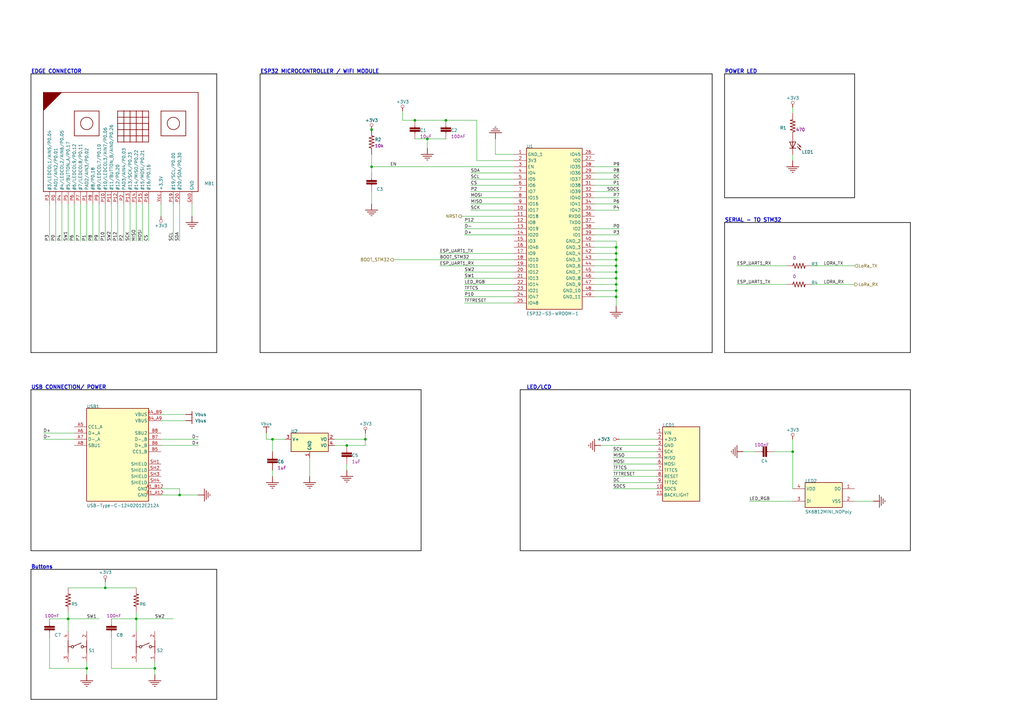
<source format=kicad_sch>
(kicad_sch (version 20231120) (generator "eeschema") (generator_version "8.0")
  (paper "A3")
  (lib_symbols
    (symbol "ESP32_LHCbit-altium-import:+3V3_CIRCLE" (power)
      (property "Reference" "#PWR" (at 0 0 0))
      (property "Value" "+3V3" (at 0 3.81 0))
      (symbol "+3V3_CIRCLE_0_0"
        (pin power_in line (at 0 0 0) (length 0) hide (name "+3V3") (number ""))
      )
    )
    (symbol "ESP32_LHCbit-altium-import:GND_POWER_GROUND" (power)
      (property "Reference" "#PWR" (at 0 0 0))
      (property "Value" "GND" (at 0 6.35 0))
      (symbol "GND_POWER_GROUND_0_0"
        (pin power_in line (at 0 0 0) (length 0) hide (name "GND") (number ""))
      )
    )
    (symbol "ESP32_LHCbit-altium-import:Vbus_BAR" (power)
      (property "Reference" "#PWR" (at 0 0 0))
      (property "Value" "Vbus" (at 0 3.81 0))
      (symbol "Vbus_BAR_0_0"
        (pin power_in line (at 0 0 0) (length 0) hide (name "Vbus") (number ""))
      )
    )
    (symbol "ESP32_LHCbit-altium-import:root_0_Adafruit 0.96{dblquote}  TFT LCD"
      (symbol "root_0_Adafruit 0.96{dblquote}  TFT LCD_1_0"
        (pin power_in line (at -10.16 12.7 0) (length 2.54) (name "VIN") (number "1"))
        (pin passive line (at -10.16 -10.16 0) (length 2.54) (name "SDCS") (number "10"))
        (pin passive line (at -10.16 -12.7 0) (length 2.54) (name "BACKLIGHT") (number "11"))
        (pin power_in line (at -10.16 10.16 0) (length 2.54) (name "+3V3") (number "2"))
        (pin passive line (at -10.16 7.62 0) (length 2.54) (name "GND") (number "3"))
        (pin passive line (at -10.16 5.08 0) (length 2.54) (name "SCK") (number "4"))
        (pin passive line (at -10.16 2.54 0) (length 2.54) (name "MISO") (number "5"))
        (pin passive line (at -10.16 0 0) (length 2.54) (name "MOSI") (number "6"))
        (pin passive line (at -10.16 -2.54 0) (length 2.54) (name "TFTCS") (number "7"))
        (pin passive line (at -10.16 -5.08 0) (length 2.54) (name "RESET") (number "8"))
        (pin passive line (at -10.16 -7.62 0) (length 2.54) (name "TFTDC") (number "9"))
      )
    )
    (symbol "ESP32_LHCbit-altium-import:root_0_C-EUC0402"
      (symbol "root_0_C-EUC0402_1_0"
        (pin passive line (at 0 2.54 270) (length 2.54) (name "1") (number "1"))
        (pin passive line (at 0 -5.08 90) (length 2.54) (name "2") (number "2"))
      )
    )
    (symbol "ESP32_LHCbit-altium-import:root_0_C-EUC0603"
      (symbol "root_0_C-EUC0603_1_0"
        (pin passive line (at 0 2.54 270) (length 2.54) (name "1") (number "1"))
        (pin passive line (at 0 -5.08 90) (length 2.54) (name "2") (number "2"))
      )
    )
    (symbol "ESP32_LHCbit-altium-import:root_0_ESP32-S3-WROOM-1"
      (symbol "root_0_ESP32-S3-WROOM-1_1_0"
        (pin passive line (at 0 0 0) (length 5.08) (name "GND_1") (number "1"))
        (pin passive line (at 0 -22.86 0) (length 5.08) (name "IO17") (number "10"))
        (pin passive line (at 0 -25.4 0) (length 5.08) (name "IO18") (number "11"))
        (pin passive line (at 0 -27.94 0) (length 5.08) (name "IO8") (number "12"))
        (pin passive line (at 0 -30.48 0) (length 5.08) (name "IO19") (number "13"))
        (pin passive line (at 0 -33.02 0) (length 5.08) (name "IO20") (number "14"))
        (pin passive line (at 0 -35.56 0) (length 5.08) (name "IO3") (number "15"))
        (pin passive line (at 0 -38.1 0) (length 5.08) (name "IO46") (number "16"))
        (pin passive line (at 0 -40.64 0) (length 5.08) (name "IO9") (number "17"))
        (pin passive line (at 0 -43.18 0) (length 5.08) (name "IO10") (number "18"))
        (pin passive line (at 0 -45.72 0) (length 5.08) (name "IO11") (number "19"))
        (pin passive line (at 0 -2.54 0) (length 5.08) (name "3V3") (number "2"))
        (pin passive line (at 0 -48.26 0) (length 5.08) (name "IO12") (number "20"))
        (pin passive line (at 0 -50.8 0) (length 5.08) (name "IO13") (number "21"))
        (pin passive line (at 0 -53.34 0) (length 5.08) (name "IO14") (number "22"))
        (pin passive line (at 0 -55.88 0) (length 5.08) (name "IO21") (number "23"))
        (pin passive line (at 0 -58.42 0) (length 5.08) (name "IO47") (number "24"))
        (pin passive line (at 0 -60.96 0) (length 5.08) (name "IO48") (number "25"))
        (pin passive line (at 33.02 0 180) (length 5.08) (name "IO45") (number "26"))
        (pin passive line (at 33.02 -2.54 180) (length 5.08) (name "IO0") (number "27"))
        (pin passive line (at 33.02 -5.08 180) (length 5.08) (name "IO35") (number "28"))
        (pin passive line (at 33.02 -7.62 180) (length 5.08) (name "IO36") (number "29"))
        (pin passive line (at 0 -5.08 0) (length 5.08) (name "EN") (number "3"))
        (pin passive line (at 33.02 -10.16 180) (length 5.08) (name "IO37") (number "30"))
        (pin passive line (at 33.02 -12.7 180) (length 5.08) (name "IO38") (number "31"))
        (pin passive line (at 33.02 -15.24 180) (length 5.08) (name "IO39") (number "32"))
        (pin passive line (at 33.02 -17.78 180) (length 5.08) (name "IO40") (number "33"))
        (pin passive line (at 33.02 -20.32 180) (length 5.08) (name "IO41") (number "34"))
        (pin passive line (at 33.02 -22.86 180) (length 5.08) (name "IO42") (number "35"))
        (pin passive line (at 33.02 -25.4 180) (length 5.08) (name "RXD0") (number "36"))
        (pin passive line (at 33.02 -27.94 180) (length 5.08) (name "TXD0") (number "37"))
        (pin passive line (at 33.02 -30.48 180) (length 5.08) (name "IO2") (number "38"))
        (pin passive line (at 33.02 -33.02 180) (length 5.08) (name "IO1") (number "39"))
        (pin passive line (at 0 -7.62 0) (length 5.08) (name "IO4") (number "4"))
        (pin passive line (at 33.02 -35.56 180) (length 5.08) (name "GND_2") (number "40"))
        (pin passive line (at 33.02 -38.1 180) (length 5.08) (name "GND_3") (number "41"))
        (pin passive line (at 33.02 -40.64 180) (length 5.08) (name "GND_4") (number "42"))
        (pin passive line (at 33.02 -43.18 180) (length 5.08) (name "GND_5") (number "43"))
        (pin passive line (at 33.02 -45.72 180) (length 5.08) (name "GND_6") (number "44"))
        (pin passive line (at 33.02 -48.26 180) (length 5.08) (name "GND_7") (number "45"))
        (pin passive line (at 33.02 -50.8 180) (length 5.08) (name "GND_8") (number "46"))
        (pin passive line (at 33.02 -53.34 180) (length 5.08) (name "GND_9") (number "47"))
        (pin passive line (at 33.02 -55.88 180) (length 5.08) (name "GND_10") (number "48"))
        (pin passive line (at 33.02 -58.42 180) (length 5.08) (name "GND_11") (number "49"))
        (pin passive line (at 0 -10.16 0) (length 5.08) (name "IO5") (number "5"))
        (pin passive line (at 0 -12.7 0) (length 5.08) (name "IO6") (number "6"))
        (pin passive line (at 0 -15.24 0) (length 5.08) (name "IO7") (number "7"))
        (pin passive line (at 0 -17.78 0) (length 5.08) (name "IO15") (number "8"))
        (pin passive line (at 0 -20.32 0) (length 5.08) (name "IO16") (number "9"))
      )
    )
    (symbol "ESP32_LHCbit-altium-import:root_0_MICRO{colon}BIT_EDGE"
      (symbol "root_0_MICRO{colon}BIT_EDGE_1_0"
        (pin power_in line (at 27.94 -5.08 90) (length 5.08) (name "GND") (number "GND"))
        (pin bidirectional line (at -27.94 -5.08 90) (length 5.08) (name "PAD1/AIN2/P0.01") (number "P0"))
        (pin bidirectional line (at -15.24 -5.08 90) (length 5.08) (name "PAD2/AIN3/P0.02") (number "P1"))
        (pin bidirectional line (at -7.62 -5.08 90) (length 5.08) (name "#10/LEDCOL3/AIN7/P0.06") (number "P10"))
        (pin bidirectional line (at -5.08 -5.08 90) (length 5.08) (name "#11/BUTTON_B/AIN0/P0.26") (number "P11"))
        (pin bidirectional line (at -2.54 -5.08 90) (length 5.08) (name "#12/P0.20") (number "P12"))
        (pin bidirectional line (at 2.54 -5.08 90) (length 5.08) (name "#13/SCK/P0.23") (number "P13"))
        (pin bidirectional line (at 5.08 -5.08 90) (length 5.08) (name "#14/MISO/P0.22") (number "P14"))
        (pin bidirectional line (at 7.62 -5.08 90) (length 5.08) (name "#15/MOSI/P0.21") (number "P15"))
        (pin bidirectional line (at 10.16 -5.08 90) (length 5.08) (name "#16/P0.16") (number "P16"))
        (pin bidirectional line (at 20.32 -5.08 90) (length 5.08) (name "#19/SCL/P0.00") (number "P19"))
        (pin bidirectional line (at 0 -5.08 90) (length 5.08) (name "PAD3/AIN4/P0.03") (number "P2"))
        (pin bidirectional line (at 22.86 -5.08 90) (length 5.08) (name "#20/SDA/P0.30") (number "P20"))
        (pin bidirectional line (at -30.48 -5.08 90) (length 5.08) (name "#3/LEDCOL1/AIN5/P0.04") (number "P3"))
        (pin bidirectional line (at -25.4 -5.08 90) (length 5.08) (name "#4/LEDCOL2/AIN6/P0.05") (number "P4"))
        (pin bidirectional line (at -22.86 -5.08 90) (length 5.08) (name "#5/BUTTON_A/P0.17") (number "P5"))
        (pin bidirectional line (at -20.32 -5.08 90) (length 5.08) (name "#6/LEDCOL9/P0.12") (number "P6"))
        (pin bidirectional line (at -17.78 -5.08 90) (length 5.08) (name "#7/LEDCOL8/P0.11") (number "P7"))
        (pin bidirectional line (at -12.7 -5.08 90) (length 5.08) (name "#8/P0.18") (number "P8"))
        (pin bidirectional line (at -10.16 -5.08 90) (length 5.08) (name "#9/LEDCOL7/P0.10") (number "P9"))
        (pin power_in line (at 15.24 -5.08 90) (length 5.08) (name "+3.3V") (number "Vcc"))
      )
    )
    (symbol "ESP32_LHCbit-altium-import:root_0_NCP1117LP"
      (symbol "root_0_NCP1117LP_1_0"
        (pin power_in line (at 0 -5.08 90) (length 2.54) (name "GND") (number "1"))
        (pin passive line (at 10.16 2.54 180) (length 2.54) (name "VO") (number "2"))
        (pin power_in line (at -10.16 2.54 0) (length 2.54) (name "V+") (number "3"))
        (pin passive line (at 10.16 0 180) (length 2.54) (name "VO") (number "4"))
      )
    )
    (symbol "ESP32_LHCbit-altium-import:root_0_R-US_R0402"
      (symbol "root_0_R-US_R0402_1_0"
        (pin passive line (at -5.08 0 0) (length 2.54) (name "1") (number "1"))
        (pin passive line (at 5.08 0 180) (length 2.54) (name "2") (number "2"))
      )
    )
    (symbol "ESP32_LHCbit-altium-import:root_0_USB-Type-C-12402012E212A"
      (symbol "root_0_USB-Type-C-12402012E212A_1_0"
        (pin power_in line (at 17.78 -20.32 180) (length 5.08) (name "GND") (number "A1_B12"))
        (pin power_in line (at 17.78 10.16 180) (length 5.08) (name "VBUS") (number "A4_B9"))
        (pin bidirectional line (at -17.78 5.08 0) (length 5.08) (name "CC1_A") (number "A5"))
        (pin bidirectional line (at -17.78 2.54 0) (length 5.08) (name "D+_A") (number "A6"))
        (pin bidirectional line (at -17.78 0 0) (length 5.08) (name "D-_A") (number "A7"))
        (pin bidirectional line (at -17.78 -2.54 0) (length 5.08) (name "SBU1") (number "A8"))
        (pin power_in line (at 17.78 -22.86 180) (length 5.08) (name "GND") (number "B1_A12"))
        (pin power_in line (at 17.78 7.62 180) (length 5.08) (name "VBUS") (number "B4_A9"))
        (pin bidirectional line (at 17.78 -5.08 180) (length 5.08) (name "CC1_B") (number "B5"))
        (pin bidirectional line (at 17.78 -2.54 180) (length 5.08) (name "D+_B") (number "B6"))
        (pin bidirectional line (at 17.78 0 180) (length 5.08) (name "D-_B") (number "B7"))
        (pin bidirectional line (at 17.78 2.54 180) (length 5.08) (name "SBU2") (number "B8"))
        (pin passive line (at 17.78 -10.16 180) (length 5.08) (name "SHIELD") (number "SH1"))
        (pin passive line (at 17.78 -12.7 180) (length 5.08) (name "SHIELD") (number "SH2"))
        (pin passive line (at 17.78 -15.24 180) (length 5.08) (name "SHIELD") (number "SH3"))
        (pin passive line (at 17.78 -17.78 180) (length 5.08) (name "SHIELD") (number "SH4"))
      )
    )
    (symbol "ESP32_LHCbit-altium-import:root_0_mirrored_C-EUC0603"
      (symbol "root_0_mirrored_C-EUC0603_1_0"
        (pin passive line (at 0 2.54 270) (length 2.54) (name "1") (number "1"))
        (pin passive line (at 0 -5.08 90) (length 2.54) (name "2") (number "2"))
      )
    )
    (symbol "ESP32_LHCbit-altium-import:root_0_mirrored_LEDCHIPLED_0805"
      (symbol "root_0_mirrored_LEDCHIPLED_0805_1_0"
        (pin passive line (at 0 2.54 270) (length 2.54) (name "A") (number "A"))
        (pin passive line (at 0 -5.08 90) (length 2.54) (name "C") (number "C"))
      )
    )
    (symbol "ESP32_LHCbit-altium-import:root_0_mirrored_SK6812MINI_NOPoly"
      (symbol "root_0_mirrored_SK6812MINI_NOPoly_1_0"
        (pin passive line (at 0 0 180) (length 5.08) (name "DO") (number "1"))
        (pin passive line (at 0 -5.08 180) (length 5.08) (name "VSS") (number "2"))
        (pin passive line (at -25.4 -5.08 0) (length 5.08) (name "DI") (number "3"))
        (pin passive line (at -25.4 0 0) (length 5.08) (name "VDD") (number "4"))
      )
    )
    (symbol "ESP32_LHCbit-altium-import:root_1_C-EUC0402"
      (symbol "root_1_C-EUC0402_1_0"
        (pin passive line (at -2.54 0 0) (length 2.54) (name "1") (number "1"))
        (pin passive line (at 5.08 0 180) (length 2.54) (name "2") (number "2"))
      )
    )
    (symbol "ESP32_LHCbit-altium-import:root_1_DTSM-6"
      (symbol "root_1_DTSM-6_1_0"
        (pin passive line (at 7.62 0 90) (length 3.81) (name "1") (number "1"))
        (pin passive line (at 7.62 12.7 270) (length 3.81) (name "2") (number "2"))
        (pin passive line (at 0 0 90) (length 3.81) (name "3") (number "3"))
        (pin passive line (at 0 12.7 270) (length 3.81) (name "4") (number "4"))
      )
    )
    (symbol "ESP32_LHCbit-altium-import:root_1_R-US_R0402"
      (symbol "root_1_R-US_R0402_1_0"
        (pin passive line (at 0 -5.08 90) (length 2.54) (name "1") (number "1"))
        (pin passive line (at 0 5.08 270) (length 2.54) (name "2") (number "2"))
      )
    )
    (symbol "ESP32_LHCbit-altium-import:root_1_mirrored_R-US_R0603"
      (symbol "root_1_mirrored_R-US_R0603_1_0"
        (pin passive line (at 0 -5.08 90) (length 2.54) (name "1") (number "1"))
        (pin passive line (at 0 5.08 270) (length 2.54) (name "2") (number "2"))
      )
    )
  )
  (junction (at 63.5 274.1422))
  (junction (at 182.88 49.3522))
  (junction (at 252.73 106.5022))
  (junction (at 252.73 116.6622))
  (junction (at 55.88 253.8222))
  (junction (at 252.73 101.4222))
  (junction (at 252.73 103.9622))
  (junction (at 73.66 203.0222))
  (junction (at 252.73 109.0422))
  (junction (at 175.26 56.9722))
  (junction (at 252.73 114.1222))
  (junction (at 149.86 180.1622))
  (junction (at 43.18 241.1222))
  (junction (at 152.4 68.4022))
  (junction (at 27.94 253.8222))
  (junction (at 152.4 53.1622))
  (junction (at 252.73 111.5822))
  (junction (at 35.56 274.1422))
  (junction (at 111.76 180.1622))
  (junction (at 142.24 182.7022))
  (junction (at 252.73 121.7422))
  (junction (at 170.18 49.3522))
  (junction (at 325.12 185.2422))
  (junction (at 252.73 119.2022))
  (wire (pts (xy 66.04 200.4822) (xy 73.66 200.4822)))
  (wire (pts (xy 170.18 56.9722) (xy 175.26 56.9722)))
  (wire (pts (xy 60.96 83.6422) (xy 60.96 98.8822)))
  (wire (pts (xy 27.94 253.8222) (xy 40.64 253.8222)))
  (wire (pts (xy 252.73 114.1222) (xy 252.73 116.6622)))
  (polyline (pts (xy 88.9 286.8422) (xy 12.7 286.8422)) (stroke (width 0.254) (type solid) (color 0 0 0 1)))
  (polyline (pts (xy 292.1 30.3022) (xy 292.1 144.6022)) (stroke (width 0.254) (type solid) (color 0 0 0 1)))
  (wire (pts (xy 210.82 119.2022) (xy 190.5 119.2022)))
  (wire (pts (xy 63.5 271.6022) (xy 63.5 274.1422)))
  (wire (pts (xy 254 180.1622) (xy 269.24 180.1622)))
  (wire (pts (xy 269.24 187.7822) (xy 251.46 187.7822)))
  (wire (pts (xy 252.73 121.7422) (xy 252.73 125.5522)))
  (polyline (pts (xy 292.1 144.6022) (xy 106.68 144.6022)) (stroke (width 0.254) (type solid) (color 0 0 0 1)))
  (wire (pts (xy 175.26 60.7822) (xy 175.26 56.9722)))
  (wire (pts (xy 243.84 119.2022) (xy 252.73 119.2022)))
  (wire (pts (xy 137.16 182.7022) (xy 142.24 182.7022)))
  (wire (pts (xy 20.32 253.8222) (xy 27.94 253.8222)))
  (wire (pts (xy 243.84 70.9422) (xy 254 70.9422)))
  (wire (pts (xy 325.12 63.3222) (xy 325.12 65.8622)))
  (wire (pts (xy 210.82 91.2622) (xy 190.5 91.2622)))
  (polyline (pts (xy 350.52 30.3022) (xy 350.52 81.1022)) (stroke (width 0.254) (type solid) (color 0 0 0 1)))
  (wire (pts (xy 63.5 274.1422) (xy 63.5 276.6822)))
  (wire (pts (xy 20.32 83.6422) (xy 20.32 98.8822)))
  (wire (pts (xy 142.24 190.3222) (xy 142.24 192.8622)))
  (wire (pts (xy 243.84 96.3422) (xy 254 96.3422)))
  (wire (pts (xy 53.34 83.6422) (xy 53.34 98.8822)))
  (wire (pts (xy 20.32 274.1422) (xy 35.56 274.1422)))
  (wire (pts (xy 30.48 177.6222) (xy 17.78 177.6222)))
  (wire (pts (xy 269.24 195.4022) (xy 251.46 195.4022)))
  (wire (pts (xy 40.64 83.6422) (xy 40.64 98.8822)))
  (wire (pts (xy 71.12 83.6422) (xy 71.12 98.8822)))
  (wire (pts (xy 243.84 68.4022) (xy 254 68.4022)))
  (wire (pts (xy 210.82 76.0222) (xy 193.04 76.0222)))
  (wire (pts (xy 43.18 241.1222) (xy 43.18 238.5822)))
  (wire (pts (xy 35.56 274.1422) (xy 35.56 276.6822)))
  (wire (pts (xy 269.24 192.8622) (xy 251.46 192.8622)))
  (wire (pts (xy 43.18 241.1222) (xy 55.88 241.1222)))
  (wire (pts (xy 195.58 49.3522) (xy 195.58 65.8622)))
  (polyline (pts (xy 106.68 30.3022) (xy 292.1 30.3022)) (stroke (width 0.254) (type solid) (color 0 0 0 1)))
  (wire (pts (xy 78.74 83.6422) (xy 78.74 88.7222)))
  (wire (pts (xy 210.82 86.1822) (xy 193.04 86.1822)))
  (wire (pts (xy 170.18 49.3522) (xy 182.88 49.3522)))
  (wire (pts (xy 252.73 111.5822) (xy 252.73 114.1222)))
  (wire (pts (xy 55.88 251.2822) (xy 55.88 253.8222)))
  (wire (pts (xy 304.8 185.2422) (xy 309.88 185.2422)))
  (polyline (pts (xy 12.7 225.8822) (xy 12.7 159.8422)) (stroke (width 0.254) (type solid) (color 0 0 0 1)))
  (wire (pts (xy 111.76 180.1622) (xy 109.22 180.1622)))
  (wire (pts (xy 203.2 56.9722) (xy 203.2 63.3222)))
  (wire (pts (xy 109.22 180.1622) (xy 109.22 177.6222)))
  (wire (pts (xy 73.66 200.4822) (xy 73.66 203.0222)))
  (wire (pts (xy 210.82 78.5622) (xy 193.04 78.5622)))
  (wire (pts (xy 66.04 180.1622) (xy 81.28 180.1622)))
  (wire (pts (xy 269.24 185.2422) (xy 251.46 185.2422)))
  (wire (pts (xy 243.84 78.5622) (xy 254 78.5622)))
  (wire (pts (xy 243.84 83.6422) (xy 254 83.6422)))
  (wire (pts (xy 66.04 203.0222) (xy 73.66 203.0222)))
  (wire (pts (xy 243.84 114.1222) (xy 252.73 114.1222)))
  (wire (pts (xy 66.04 172.5422) (xy 76.2 172.5422)))
  (wire (pts (xy 243.84 101.4222) (xy 252.73 101.4222)))
  (wire (pts (xy 27.94 251.2822) (xy 27.94 253.8222)))
  (wire (pts (xy 307.34 205.5622) (xy 325.12 205.5622)))
  (polyline (pts (xy 88.9 30.3022) (xy 88.9 144.6022)) (stroke (width 0.254) (type solid) (color 0 0 0 1)))
  (wire (pts (xy 325.12 185.2422) (xy 325.12 180.1622)))
  (wire (pts (xy 27.94 253.8222) (xy 27.94 258.9022)))
  (wire (pts (xy 50.8 83.6422) (xy 50.8 98.8822)))
  (wire (pts (xy 55.88 253.8222) (xy 55.88 258.9022)))
  (wire (pts (xy 210.82 111.5822) (xy 190.5 111.5822)))
  (wire (pts (xy 58.42 83.6422) (xy 58.42 98.8822)))
  (polyline (pts (xy 88.9 144.6022) (xy 12.7 144.6022)) (stroke (width 0.254) (type solid) (color 0 0 0 1)))
  (polyline (pts (xy 297.18 144.6022) (xy 297.18 91.2622)) (stroke (width 0.254) (type solid) (color 0 0 0 1)))
  (wire (pts (xy 111.76 185.2422) (xy 111.76 180.1622)))
  (wire (pts (xy 30.48 180.1622) (xy 17.78 180.1622)))
  (wire (pts (xy 195.58 65.8622) (xy 210.82 65.8622)))
  (wire (pts (xy 33.02 83.6422) (xy 33.02 98.8822)))
  (wire (pts (xy 165.1 45.5422) (xy 165.1 49.3522)))
  (wire (pts (xy 182.88 49.3522) (xy 195.58 49.3522)))
  (wire (pts (xy 55.88 253.8222) (xy 71.12 253.8222)))
  (wire (pts (xy 243.84 98.8822) (xy 252.73 98.8822)))
  (wire (pts (xy 243.84 106.5022) (xy 252.73 106.5022)))
  (polyline (pts (xy 373.38 144.6022) (xy 297.18 144.6022)) (stroke (width 0.254) (type solid) (color 0 0 0 1)))
  (polyline (pts (xy 12.7 144.6022) (xy 12.7 30.3022)) (stroke (width 0.254) (type solid) (color 0 0 0 1)))
  (wire (pts (xy 63.5 274.1422) (xy 45.72 274.1422)))
  (wire (pts (xy 210.82 88.7222) (xy 189.23 88.7222)))
  (wire (pts (xy 243.84 81.1022) (xy 254 81.1022)))
  (wire (pts (xy 35.56 83.6422) (xy 35.56 98.8822)))
  (wire (pts (xy 332.74 116.6622) (xy 350.52 116.6622)))
  (wire (pts (xy 55.88 83.6422) (xy 55.88 98.8822)))
  (wire (pts (xy 73.66 203.0222) (xy 81.28 203.0222)))
  (wire (pts (xy 243.84 73.4822) (xy 254 73.4822)))
  (polyline (pts (xy 172.72 225.8822) (xy 12.7 225.8822)) (stroke (width 0.254) (type solid) (color 0 0 0 1)))
  (wire (pts (xy 210.82 114.1222) (xy 190.5 114.1222)))
  (wire (pts (xy 20.32 261.4422) (xy 20.32 274.1422)))
  (wire (pts (xy 152.4 78.5622) (xy 152.4 83.6422)))
  (wire (pts (xy 165.1 49.3522) (xy 170.18 49.3522)))
  (wire (pts (xy 180.34 109.0422) (xy 210.82 109.0422)))
  (polyline (pts (xy 12.7 286.8422) (xy 12.7 233.5022)) (stroke (width 0.254) (type solid) (color 0 0 0 1)))
  (wire (pts (xy 243.84 76.0222) (xy 254 76.0222)))
  (wire (pts (xy 243.84 109.0422) (xy 252.73 109.0422)))
  (wire (pts (xy 210.82 121.7422) (xy 190.5 121.7422)))
  (wire (pts (xy 116.84 180.1622) (xy 111.76 180.1622)))
  (wire (pts (xy 30.48 83.6422) (xy 30.48 98.8822)))
  (wire (pts (xy 243.84 121.7422) (xy 252.73 121.7422)))
  (wire (pts (xy 180.34 103.9622) (xy 210.82 103.9622)))
  (wire (pts (xy 269.24 197.9422) (xy 251.46 197.9422)))
  (wire (pts (xy 317.5 185.2422) (xy 325.12 185.2422)))
  (wire (pts (xy 210.82 106.5022) (xy 161.29 106.5022)))
  (wire (pts (xy 332.74 109.0422) (xy 350.52 109.0422)))
  (polyline (pts (xy 12.7 233.5022) (xy 88.9 233.5022)) (stroke (width 0.254) (type solid) (color 0 0 0 1)))
  (wire (pts (xy 302.26 109.0422) (xy 322.58 109.0422)))
  (wire (pts (xy 152.4 70.9422) (xy 152.4 68.4022)))
  (wire (pts (xy 25.4 83.6422) (xy 25.4 98.8822)))
  (wire (pts (xy 43.18 83.6422) (xy 43.18 98.8822)))
  (wire (pts (xy 210.82 93.8022) (xy 190.5 93.8022)))
  (wire (pts (xy 142.24 182.7022) (xy 149.86 182.7022)))
  (wire (pts (xy 27.94 98.8822) (xy 27.94 83.6422)))
  (polyline (pts (xy 213.36 159.8422) (xy 373.38 159.8422)) (stroke (width 0.254) (type solid) (color 0 0 0 1)))
  (wire (pts (xy 252.73 98.8822) (xy 252.73 101.4222)))
  (wire (pts (xy 66.04 83.6422) (xy 66.04 88.7222)))
  (wire (pts (xy 210.82 81.1022) (xy 193.04 81.1022)))
  (wire (pts (xy 252.73 106.5022) (xy 252.73 109.0422)))
  (polyline (pts (xy 350.52 81.1022) (xy 297.18 81.1022)) (stroke (width 0.254) (type solid) (color 0 0 0 1)))
  (wire (pts (xy 325.12 44.0182) (xy 325.12 46.5582)))
  (wire (pts (xy 149.86 180.1622) (xy 149.86 177.6222)))
  (wire (pts (xy 302.26 116.6622) (xy 322.58 116.6622)))
  (polyline (pts (xy 297.18 91.2622) (xy 373.38 91.2622)) (stroke (width 0.254) (type solid) (color 0 0 0 1)))
  (wire (pts (xy 210.82 83.6422) (xy 193.04 83.6422)))
  (wire (pts (xy 127 187.7822) (xy 127 195.4022)))
  (wire (pts (xy 350.52 205.5622) (xy 358.14 205.5622)))
  (wire (pts (xy 246.38 182.7022) (xy 269.24 182.7022)))
  (wire (pts (xy 252.73 119.2022) (xy 252.73 121.7422)))
  (wire (pts (xy 73.66 83.6422) (xy 73.66 98.8822)))
  (polyline (pts (xy 373.38 159.8422) (xy 373.38 225.8822)) (stroke (width 0.254) (type solid) (color 0 0 0 1)))
  (wire (pts (xy 175.26 56.9722) (xy 182.88 56.9722)))
  (wire (pts (xy 210.82 116.6622) (xy 190.5 116.6622)))
  (wire (pts (xy 111.76 192.8622) (xy 111.76 195.4022)))
  (polyline (pts (xy 373.38 225.8822) (xy 213.36 225.8822)) (stroke (width 0.254) (type solid) (color 0 0 0 1)))
  (wire (pts (xy 66.04 170.0022) (xy 76.2 170.0022)))
  (wire (pts (xy 243.84 103.9622) (xy 252.73 103.9622)))
  (wire (pts (xy 137.16 180.1622) (xy 149.86 180.1622)))
  (wire (pts (xy 243.84 86.1822) (xy 254 86.1822)))
  (polyline (pts (xy 88.9 233.5022) (xy 88.9 286.8422)) (stroke (width 0.254) (type solid) (color 0 0 0 1)))
  (wire (pts (xy 243.84 93.8022) (xy 254 93.8022)))
  (wire (pts (xy 66.04 182.7022) (xy 81.28 182.7022)))
  (wire (pts (xy 252.73 116.6622) (xy 252.73 119.2022)))
  (wire (pts (xy 210.82 124.2822) (xy 190.5 124.2822)))
  (wire (pts (xy 325.12 200.4822) (xy 325.12 185.2422)))
  (wire (pts (xy 252.73 109.0422) (xy 252.73 111.5822)))
  (wire (pts (xy 325.12 56.7182) (xy 325.12 55.7022)))
  (wire (pts (xy 45.72 253.8222) (xy 55.88 253.8222)))
  (wire (pts (xy 45.72 83.6422) (xy 45.72 98.8822)))
  (polyline (pts (xy 106.68 144.6022) (xy 106.68 30.3022)) (stroke (width 0.254) (type solid) (color 0 0 0 1)))
  (polyline (pts (xy 213.36 225.8822) (xy 213.36 159.8422)) (stroke (width 0.254) (type solid) (color 0 0 0 1)))
  (wire (pts (xy 38.1 83.6422) (xy 38.1 98.8822)))
  (wire (pts (xy 152.4 53.1622) (xy 152.4 54.4322)))
  (wire (pts (xy 269.24 200.4822) (xy 251.46 200.4822)))
  (wire (pts (xy 243.84 111.5822) (xy 252.73 111.5822)))
  (polyline (pts (xy 12.7 159.8422) (xy 172.72 159.8422)) (stroke (width 0.254) (type solid) (color 0 0 0 1)))
  (wire (pts (xy 48.26 83.6422) (xy 48.26 98.8822)))
  (polyline (pts (xy 373.38 91.2622) (xy 373.38 144.6022)) (stroke (width 0.254) (type solid) (color 0 0 0 1)))
  (polyline (pts (xy 297.18 81.1022) (xy 297.18 30.3022)) (stroke (width 0.254) (type solid) (color 0 0 0 1)))
  (wire (pts (xy 27.94 241.1222) (xy 43.18 241.1222)))
  (wire (pts (xy 252.73 103.9622) (xy 252.73 106.5022)))
  (wire (pts (xy 152.4 63.3222) (xy 152.4 68.4022)))
  (wire (pts (xy 210.82 96.3422) (xy 190.5 96.3422)))
  (wire (pts (xy 210.82 70.9422) (xy 193.04 70.9422)))
  (wire (pts (xy 203.2 63.3222) (xy 210.82 63.3222)))
  (wire (pts (xy 269.24 190.3222) (xy 251.46 190.3222)))
  (wire (pts (xy 35.56 271.6022) (xy 35.56 274.1422)))
  (polyline (pts (xy 12.7 30.3022) (xy 88.9 30.3022)) (stroke (width 0.254) (type solid) (color 0 0 0 1)))
  (wire (pts (xy 152.4 68.4022) (xy 210.82 68.4022)))
  (polyline (pts (xy 172.72 159.8422) (xy 172.72 225.8822)) (stroke (width 0.254) (type solid) (color 0 0 0 1)))
  (wire (pts (xy 210.82 73.4822) (xy 193.04 73.4822)))
  (polyline (pts (xy 297.18 30.3022) (xy 350.52 30.3022)) (stroke (width 0.254) (type solid) (color 0 0 0 1)))
  (wire (pts (xy 149.86 182.7022) (xy 149.86 180.1622)))
  (wire (pts (xy 22.86 83.6422) (xy 22.86 98.8822)))
  (wire (pts (xy 243.84 116.6622) (xy 252.73 116.6622)))
  (wire (pts (xy 252.73 101.4222) (xy 252.73 103.9622)))
  (wire (pts (xy 45.72 274.1422) (xy 45.72 261.4422)))
  (text "ESP32 MICROCONTROLLER / WIFI MODULE" (at 106.68 30.3022 0) (effects (font (size 1.524 1.524) (bold yes)) (justify left bottom)))
  (text "LED/LCD" (at 215.9 159.8422 0) (effects (font (size 1.524 1.524) (bold yes)) (justify left bottom)))
  (text "POWER LED" (at 297.18 30.3022 0) (effects (font (size 1.524 1.524) (bold yes)) (justify left bottom)))
  (text "SERIAL - TO STM32" (at 297.18 91.2622 0) (effects (font (size 1.524 1.524) (bold yes)) (justify left bottom)))
  (text "EDGE CONNECTOR" (at 12.7 30.3022 0) (effects (font (size 1.524 1.524) (bold yes)) (justify left bottom)))
  (text "Buttons" (at 12.7 233.5022 0) (effects (font (size 1.524 1.524) (bold yes)) (justify left bottom)))
  (text "USB CONNECTION/ POWER" (at 12.7 159.8422 0) (effects (font (size 1.524 1.524) (bold yes)) (justify left bottom)))
  (label "SW2" (at 63.5 253.8222 0))
  (label "P3" (at 251.46 96.3422 0))
  (label "ESP_UART1_RX" (at 302.26 109.0422 0))
  (label "SDA" (at 73.66 98.8822 90))
  (label "MOSI" (at 58.42 98.8822 90))
  (label "DC" (at 251.46 197.9422 0))
  (label "MISO" (at 251.46 187.7822 0))
  (label "P9" (at 251.46 68.4022 0))
  (label "P7" (at 251.46 81.1022 0))
  (label "TFTRESET" (at 251.46 195.4022 0))
  (label "P6" (at 251.46 83.6422 0))
  (label "MISO" (at 193.04 83.6422 0))
  (label "DC" (at 251.46 73.4822 0))
  (label "P6" (at 30.48 98.8822 90))
  (label "SW2" (at 190.5 111.5822 0))
  (label "TFTCS" (at 251.46 192.8622 0))
  (label "MISO" (at 55.88 98.8822 90))
  (label "SW1" (at 35.56 253.8222 0))
  (label "P1" (at 35.56 98.8822 90))
  (label "D+" (at 78.74 182.7022 0))
  (label "P8" (at 38.1 98.8822 90))
  (label "SDCS" (at 251.46 200.4822 0))
  (label "BOOT_STM32" (at 180.34 106.5022 0))
  (label "TFTCS" (at 190.5 119.2022 0))
  (label "P4" (at 25.4 98.8822 90))
  (label "MOSI" (at 193.04 81.1022 0))
  (label "SW2" (at 45.72 98.8822 90))
  (label "P0" (at 251.46 93.8022 0))
  (label "SDCS" (at 248.92 78.5622 0))
  (label "P10" (at 190.5 121.7422 0))
  (label "LORA_RX" (at 337.82 116.6622 0))
  (label "P0" (at 22.86 98.8822 90))
  (label "P8" (at 251.46 70.9422 0))
  (label "P9" (at 40.64 98.8822 90))
  (label "SW1" (at 190.5 114.1222 0))
  (label "D-" (at 17.78 180.1622 0))
  (label "ESP_UART1_TX" (at 302.26 116.6622 0))
  (label "SW1" (at 27.94 98.8822 90))
  (label "P10" (at 43.18 98.8822 90))
  (label "EN" (at 160.02 68.4022 0))
  (label "P7" (at 33.02 98.8822 90))
  (label "P2" (at 193.04 78.5622 0))
  (label "SCL" (at 71.12 98.8822 90))
  (label "ESP_UART1_TX" (at 180.34 103.9622 0))
  (label "SCK" (at 53.34 98.8822 90))
  (label "P12" (at 48.26 98.8822 90))
  (label "MOSI" (at 251.46 190.3222 0))
  (label "LED_RGB" (at 190.5 116.6622 0))
  (label "TFTRESET" (at 190.5 124.2822 0))
  (label "LORA_TX" (at 337.82 109.0422 0))
  (label "LED_RGB" (at 307.34 205.5622 0))
  (label "D+" (at 17.78 177.6222 0))
  (label "D-" (at 78.74 180.1622 0))
  (label "P1" (at 251.46 76.0222 0))
  (label "CS" (at 60.96 98.8822 90))
  (label "D-" (at 190.5 93.8022 0))
  (label "SCL" (at 193.04 73.4822 0))
  (label "P3" (at 20.32 98.8822 90))
  (label "ESP_UART1_RX" (at 180.34 109.0422 0))
  (label "P4" (at 251.46 86.1822 0))
  (label "SDA" (at 193.04 70.9422 0))
  (label "D+" (at 190.5 96.3422 0))
  (label "P12" (at 190.5 91.2622 0))
  (label "P2" (at 50.8 98.8822 90))
  (label "CS" (at 193.04 76.0222 0))
  (label "SCK" (at 251.46 185.2422 0))
  (label "SCK" (at 193.04 86.1822 0))
  (hierarchical_label "LoRa_RX" (shape output) (at 350.52 116.6622 0))
  (hierarchical_label "BOOT_STM32" (shape output) (at 161.29 106.5022 180))
  (hierarchical_label "NRST" (shape output) (at 189.23 88.7222 180))
  (hierarchical_label "LoRa_TX" (shape input) (at 350.52 109.0422 0))
  (symbol (lib_id "ESP32_LHCbit-altium-import:GND_POWER_GROUND") (at 252.73 125.5522 0) (unit 1)
    (property "Reference" "#PWR?" (effects (hide yes)))
    (property "Value" "GND" (effects (hide yes)))
  )
  (symbol (lib_id "ESP32_LHCbit-altium-import:root_1_R-US_R0402") (at 152.4 58.2422 0) (unit 1)
    (property "Reference" "R2" (at 153.67 57.9882 0) (effects (justify left bottom)))
    (property "Value" "R-US_R0402" (effects (hide yes)))
    (property "Footprint" "R0402" (effects (hide yes)))
    (property "PART NUMBER" "RC0402FR-0710KL" (effects (hide yes)))
    (property "ALTIUM_VALUE" "10k" (at 153.67 60.5282 0) (effects (justify left bottom)))
    (property "VENDOR" "YAGEO" (effects (hide yes)))
    (property "FAMÍLIA" "Resistor" (effects (hide yes)))
  )
  (symbol (lib_id "ESP32_LHCbit-altium-import:root_0_mirrored_SK6812MINI_NOPoly") (at 350.52 200.4822 0) (unit 1)
    (property "Reference" "LED2" (at 330.2 197.9422 0) (effects (justify left bottom)))
    (property "Value" "SK6812MINI_NOPoly" (at 330.2 210.6422 0) (effects (justify left bottom)))
    (property "Footprint" "WS2812BMINI_no_poly" (effects (hide yes)))
    (property "Description" "SMD RGB (WS2812/SK6812MINI) 3535" (effects (hide yes)))
    (property "VENDOR" "*" (effects (hide yes)))
    (property "ALTIUM_VALUE" "*" (effects (hide yes)))
    (property "FAMÍLIA" "LED" (effects (hide yes)))
    (property "PART NUMBER" "SK6812MINI" (effects (hide yes)))
  )
  (symbol (lib_id "ESP32_LHCbit-altium-import:GND_POWER_GROUND") (at 325.12 65.8622 0) (unit 1)
    (property "Reference" "#PWR?" (effects (hide yes)))
    (property "Value" "GND" (effects (hide yes)))
  )
  (symbol (lib_id "ESP32_LHCbit-altium-import:root_0_mirrored_C-EUC0603") (at 142.24 185.2422 0) (unit 1)
    (property "Reference" "C5" (at 144.272 187.5282 0) (effects (justify left bottom)))
    (property "Value" "C-EUC0603" (effects (hide yes)))
    (property "Footprint" "C0603" (effects (hide yes)))
    (property "PART NUMBER" "CL10A105KO8NNNC" (effects (hide yes)))
    (property "ALTIUM_VALUE" "1uF" (at 144.272 190.0682 0) (effects (justify left bottom)))
    (property "VENDOR" "Samsung" (effects (hide yes)))
    (property "FAMÍLIA" "Capacitor" (effects (hide yes)))
  )
  (symbol (lib_id "ESP32_LHCbit-altium-import:+3V3_CIRCLE") (at 152.4 53.1622 180) (unit 1)
    (property "Reference" "#PWR?" (effects (hide yes)))
    (property "Value" "+3V3" (at 152.4 49.3522 0))
  )
  (symbol (lib_id "ESP32_LHCbit-altium-import:root_1_R-US_R0402") (at 27.94 246.2022 0) (unit 1)
    (property "Reference" "R5" (at 29.21 248.4882 0) (effects (justify left bottom)))
    (property "Value" "R-US_R0402" (effects (hide yes)))
    (property "Footprint" "R0402" (effects (hide yes)))
    (property "PART NUMBER" "RC0402FR-0710KL" (effects (hide yes)))
    (property "ALTIUM_VALUE" "10k" (effects (hide yes)))
    (property "VENDOR" "YAGEO" (effects (hide yes)))
    (property "FAMÍLIA" "Resistor" (effects (hide yes)))
  )
  (symbol (lib_id "ESP32_LHCbit-altium-import:+3V3_CIRCLE") (at 325.12 44.0182 180) (unit 1)
    (property "Reference" "#PWR?" (effects (hide yes)))
    (property "Value" "+3V3" (at 325.12 40.2082 0))
  )
  (symbol (lib_id "ESP32_LHCbit-altium-import:GND_POWER_GROUND") (at 175.26 60.7822 0) (unit 1)
    (property "Reference" "#PWR?" (effects (hide yes)))
    (property "Value" "GND" (effects (hide yes)))
  )
  (symbol (lib_id "ESP32_LHCbit-altium-import:root_1_mirrored_R-US_R0603") (at 325.12 51.6382 0) (unit 1)
    (property "Reference" "R1" (at 322.58 53.1622 0) (effects (justify right bottom)))
    (property "Value" "R-US_R0603" (effects (hide yes)))
    (property "Footprint" "R0603" (effects (hide yes)))
    (property "ALTIUM_VALUE" "470" (at 326.39 53.9242 0) (effects (justify left bottom)))
    (property "PART NUMBER" "RC0603FR-07470RL" (effects (hide yes)))
    (property "VENDOR" "Yageo" (effects (hide yes)))
  )
  (symbol (lib_id "ESP32_LHCbit-altium-import:root_0_mirrored_LEDCHIPLED_0805") (at 325.12 58.2422 0) (unit 1)
    (property "Reference" "LED1" (at 328.803 63.0682 0) (effects (justify left bottom)))
    (property "Footprint" "CHIPLED_0805" (effects (hide yes)))
    (property "VENDOR" "Kingbright" (effects (hide yes)))
    (property "PART NUMBER" "AP2012EC" (effects (hide yes)))
    (property "FAMÍLIA" "LED" (effects (hide yes)))
  )
  (symbol (lib_id "ESP32_LHCbit-altium-import:GND_POWER_GROUND") (at 246.38 182.7022 270) (unit 1)
    (property "Reference" "#PWR?" (effects (hide yes)))
    (property "Value" "GND" (effects (hide yes)))
  )
  (symbol (lib_id "ESP32_LHCbit-altium-import:root_0_C-EUC0402") (at 45.72 256.3622 0) (unit 1)
    (property "Reference" "C8" (at 47.752 261.1882 0) (effects (justify left bottom)))
    (property "Value" "C-EUC0402" (effects (hide yes)))
    (property "Footprint" "C0402" (effects (hide yes)))
    (property "PART NUMBER" "C0402C104K8" (effects (hide yes)))
    (property "ALTIUM_VALUE" "100nF" (at 43.688 253.3142 0) (effects (justify left bottom)))
    (property "VENDOR" "KEMET" (effects (hide yes)))
    (property "FAMÍLIA" "Capacitor" (effects (hide yes)))
  )
  (symbol (lib_id "ESP32_LHCbit-altium-import:+3V3_CIRCLE") (at 325.12 180.1622 180) (unit 1)
    (property "Reference" "#PWR?" (effects (hide yes)))
    (property "Value" "+3V3" (at 325.12 176.3522 0))
  )
  (symbol (lib_id "ESP32_LHCbit-altium-import:root_0_USB-Type-C-12402012E212A") (at 48.26 180.1622 0) (unit 1)
    (property "Reference" "USB1" (at 35.56 167.4622 0) (effects (justify left bottom)))
    (property "Value" "USB-Type-C-12402012E212A" (at 35.56 208.1022 0) (effects (justify left bottom)))
    (property "Footprint" "AMPHENOL_12402012E212A" (effects (hide yes)))
    (property "Description" "USB2.0, Type C" (effects (hide yes)))
    (property "ALTIUM_VALUE" "*" (effects (hide yes)))
    (property "FAMÍLIA" "Connector" (effects (hide yes)))
    (property "PART NUMBER" "TYPEC-304-ACP16" (effects (hide yes)))
    (property "VENDOR" "XUNPU" (effects (hide yes)))
  )
  (symbol (lib_id "ESP32_LHCbit-altium-import:GND_POWER_GROUND") (at 127 195.4022 0) (unit 1)
    (property "Reference" "#PWR?" (effects (hide yes)))
    (property "Value" "GND" (effects (hide yes)))
  )
  (symbol (lib_id "ESP32_LHCbit-altium-import:root_1_DTSM-6") (at 27.94 271.6022 0) (unit 1)
    (property "Reference" "S1" (at 36.322 267.5382 0) (effects (justify left bottom)))
    (property "Value" "DTSM-6" (effects (hide yes)))
    (property "Footprint" "4301x20438x6_6x6x4.3_DTSM-6" (effects (hide yes)))
    (property "Description" "WS-TASV 6x6mm Tact Switch, SMD version" (effects (hide yes)))
    (property "PART NUMBER" "DTSM-6" (effects (hide yes)))
    (property "VENDOR" "Wurth Elektronik" (effects (hide yes)))
    (property "FAMÍLIA" "Switches" (effects (hide yes)))
  )
  (symbol (lib_id "ESP32_LHCbit-altium-import:GND_POWER_GROUND") (at 63.5 276.6822 0) (unit 1)
    (property "Reference" "#PWR?" (effects (hide yes)))
    (property "Value" "GND" (effects (hide yes)))
  )
  (symbol (lib_id "ESP32_LHCbit-altium-import:GND_POWER_GROUND") (at 304.8 185.2422 270) (unit 1)
    (property "Reference" "#PWR?" (effects (hide yes)))
    (property "Value" "GND" (effects (hide yes)))
  )
  (symbol (lib_id "ESP32_LHCbit-altium-import:root_0_Adafruit 0.96{dblquote}  TFT LCD") (at 279.4 190.3222 0) (unit 1)
    (property "Reference" "LCD1" (at 271.78 175.0822 0) (effects (justify left bottom)))
    (property "Value" "Adafruit 0.96\"  TFT LCD" (effects (hide yes)))
    (property "Footprint" "ADafruit 0.96 Display" (effects (hide yes)))
  )
  (symbol (lib_id "ESP32_LHCbit-altium-import:root_0_mirrored_C-EUC0603") (at 111.76 187.7822 0) (unit 1)
    (property "Reference" "C6" (at 113.792 190.0682 0) (effects (justify left bottom)))
    (property "Value" "C-EUC0603" (effects (hide yes)))
    (property "Footprint" "C0603" (effects (hide yes)))
    (property "PART NUMBER" "CL10A105KO8NNNC" (effects (hide yes)))
    (property "ALTIUM_VALUE" "1uF" (at 113.792 192.6082 0) (effects (justify left bottom)))
    (property "VENDOR" "Samsung" (effects (hide yes)))
    (property "FAMÍLIA" "Capacitor" (effects (hide yes)))
  )
  (symbol (lib_id "ESP32_LHCbit-altium-import:root_1_DTSM-6") (at 55.88 271.6022 0) (unit 1)
    (property "Reference" "S2" (at 64.262 267.5382 0) (effects (justify left bottom)))
    (property "Value" "DTSM-6" (effects (hide yes)))
    (property "Footprint" "4301x20438x6_6x6x4.3_DTSM-6" (effects (hide yes)))
    (property "Description" "WS-TASV 6x6mm Tact Switch, SMD version" (effects (hide yes)))
    (property "PART NUMBER" "DTSM-6" (effects (hide yes)))
    (property "VENDOR" "Wurth Elektronik" (effects (hide yes)))
    (property "FAMÍLIA" "Switches" (effects (hide yes)))
  )
  (symbol (lib_id "ESP32_LHCbit-altium-import:GND_POWER_GROUND") (at 35.56 276.6822 0) (unit 1)
    (property "Reference" "#PWR?" (effects (hide yes)))
    (property "Value" "GND" (effects (hide yes)))
  )
  (symbol (lib_id "ESP32_LHCbit-altium-import:root_0_C-EUC0603") (at 182.88 51.8922 0) (unit 1)
    (property "Reference" "C2" (at 184.912 54.1782 0) (effects (justify left bottom)))
    (property "Value" "C-EUC0603" (effects (hide yes)))
    (property "Footprint" "C0603" (effects (hide yes)))
    (property "PART NUMBER" "CC0603KRX7R9BB104" (effects (hide yes)))
    (property "ALTIUM_VALUE" "100nF" (at 184.912 56.7182 0) (effects (justify left bottom)))
    (property "VENDOR" "YAGEO" (effects (hide yes)))
    (property "FAMÍLIA" "Capacitor" (effects (hide yes)))
  )
  (symbol (lib_id "ESP32_LHCbit-altium-import:root_0_ESP32-S3-WROOM-1") (at 210.82 63.3222 0) (unit 1)
    (property "Reference" "U1" (at 215.9 60.7822 0) (effects (justify left bottom)))
    (property "Value" "ESP32-S3-WROOM-1" (at 215.9 129.3622 0) (effects (justify left bottom)))
    (property "Footprint" "ESP32S3WROOM1N16R2" (effects (hide yes)))
    (property "Description" "Integrated Circuit" (effects (hide yes)))
    (property "PART NUMBER" "ESP32-S3-WROOM-1-N16R2" (effects (hide yes)))
    (property "VENDOR" "Espressif" (effects (hide yes)))
    (property "FAMÍLIA" "IC" (effects (hide yes)))
  )
  (symbol (lib_id "ESP32_LHCbit-altium-import:root_1_C-EUC0402") (at 312.42 185.2422 0) (unit 1)
    (property "Reference" "C4" (at 312.166 189.8142 0) (effects (justify left bottom)))
    (property "Value" "C-EUC0402" (effects (hide yes)))
    (property "Footprint" "C0402" (effects (hide yes)))
    (property "PART NUMBER" "C0402C104K8" (effects (hide yes)))
    (property "ALTIUM_VALUE" "100nF" (at 309.372 183.2102 0) (effects (justify left bottom)))
    (property "VENDOR" "KEMET" (effects (hide yes)))
    (property "FAMÍLIA" "Capacitor" (effects (hide yes)))
  )
  (symbol (lib_id "ESP32_LHCbit-altium-import:GND_POWER_GROUND") (at 358.14 205.5622 90) (unit 1)
    (property "Reference" "#PWR?" (effects (hide yes)))
    (property "Value" "GND" (effects (hide yes)))
  )
  (symbol (lib_id "ESP32_LHCbit-altium-import:GND_POWER_GROUND") (at 142.24 192.8622 0) (unit 1)
    (property "Reference" "#PWR?" (effects (hide yes)))
    (property "Value" "GND" (effects (hide yes)))
  )
  (symbol (lib_id "ESP32_LHCbit-altium-import:+3V3_CIRCLE") (at 254 180.1622 270) (unit 1)
    (property "Reference" "#PWR?" (effects (hide yes)))
    (property "Value" "+3V3" (at 250.19 180.1622 90) (effects (justify right)))
  )
  (symbol (lib_id "ESP32_LHCbit-altium-import:root_0_R-US_R0402") (at 327.66 116.6622 0) (unit 1)
    (property "Reference" "R4" (at 332.74 116.6622 0) (effects (justify left bottom)))
    (property "Value" "R-US_R0402" (effects (hide yes)))
    (property "Footprint" "R0402" (effects (hide yes)))
    (property "PART NUMBER" "PA0402-R-070RL" (effects (hide yes)))
    (property "ALTIUM_VALUE" "0" (at 325.12 114.1222 0) (effects (justify left bottom)))
    (property "VENDOR" "YAGEO" (effects (hide yes)))
    (property "FAMÍLIA" "Resistor" (effects (hide yes)))
  )
  (symbol (lib_id "ESP32_LHCbit-altium-import:GND_POWER_GROUND") (at 81.28 203.0222 90) (unit 1)
    (property "Reference" "#PWR?" (effects (hide yes)))
    (property "Value" "GND" (effects (hide yes)))
  )
  (symbol (lib_id "ESP32_LHCbit-altium-import:root_1_R-US_R0402") (at 55.88 246.2022 0) (unit 1)
    (property "Reference" "R6" (at 57.15 248.4882 0) (effects (justify left bottom)))
    (property "Value" "R-US_R0402" (effects (hide yes)))
    (property "Footprint" "R0402" (effects (hide yes)))
    (property "PART NUMBER" "RC0402FR-0710KL" (effects (hide yes)))
    (property "ALTIUM_VALUE" "10k" (effects (hide yes)))
    (property "VENDOR" "YAGEO" (effects (hide yes)))
    (property "FAMÍLIA" "Resistor" (effects (hide yes)))
  )
  (symbol (lib_id "ESP32_LHCbit-altium-import:root_0_MICRO{colon}BIT_EDGE") (at 50.8 78.5622 0) (unit 1)
    (property "Reference" "MB1" (at 83.82 76.0222 0) (effects (justify left bottom)))
    (property "Value" "MICRO:BIT_EDGE" (effects (hide yes)))
    (property "Footprint" "MICROBIT_EDGE" (effects (hide yes)))
  )
  (symbol (lib_id "ESP32_LHCbit-altium-import:+3V3_CIRCLE") (at 66.04 88.7222 0) (unit 1)
    (property "Reference" "#PWR?" (effects (hide yes)))
    (property "Value" "+3V3" (at 66.04 92.5322 0))
  )
  (symbol (lib_id "ESP32_LHCbit-altium-import:+3V3_CIRCLE") (at 149.86 177.6222 180) (unit 1)
    (property "Reference" "#PWR?" (effects (hide yes)))
    (property "Value" "+3V3" (at 149.86 173.8122 0))
  )
  (symbol (lib_id "ESP32_LHCbit-altium-import:root_0_R-US_R0402") (at 327.66 109.0422 0) (unit 1)
    (property "Reference" "R3" (at 332.74 109.0422 0) (effects (justify left bottom)))
    (property "Value" "R-US_R0402" (effects (hide yes)))
    (property "Footprint" "R0402" (effects (hide yes)))
    (property "PART NUMBER" "PA0402-R-070RL" (effects (hide yes)))
    (property "ALTIUM_VALUE" "0" (at 325.12 106.5022 0) (effects (justify left bottom)))
    (property "VENDOR" "YAGEO" (effects (hide yes)))
    (property "FAMÍLIA" "Resistor" (effects (hide yes)))
  )
  (symbol (lib_id "ESP32_LHCbit-altium-import:GND_POWER_GROUND") (at 111.76 195.4022 0) (unit 1)
    (property "Reference" "#PWR?" (effects (hide yes)))
    (property "Value" "GND" (effects (hide yes)))
  )
  (symbol (lib_id "ESP32_LHCbit-altium-import:+3V3_CIRCLE") (at 43.18 238.5822 180) (unit 1)
    (property "Reference" "#PWR?" (effects (hide yes)))
    (property "Value" "+3V3" (at 43.18 234.7722 0))
  )
  (symbol (lib_id "ESP32_LHCbit-altium-import:root_0_C-EUC0402") (at 152.4 73.4822 0) (unit 1)
    (property "Reference" "C3" (at 154.432 78.3082 0) (effects (justify left bottom)))
    (property "Value" "C-EUC0402" (effects (hide yes)))
    (property "Footprint" "C0402" (effects (hide yes)))
    (property "PART NUMBER" "C0402C104K8" (effects (hide yes)))
    (property "ALTIUM_VALUE" "100nF" (effects (hide yes)))
    (property "VENDOR" "KEMET" (effects (hide yes)))
    (property "FAMÍLIA" "Capacitor" (effects (hide yes)))
  )
  (symbol (lib_id "ESP32_LHCbit-altium-import:Vbus_BAR") (at 76.2 172.5422 90) (unit 1)
    (property "Reference" "#PWR?" (effects (hide yes)))
    (property "Value" "Vbus" (at 80.01 172.5422 90) (effects (justify right)))
  )
  (symbol (lib_id "ESP32_LHCbit-altium-import:Vbus_BAR") (at 76.2 170.0022 90) (unit 1)
    (property "Reference" "#PWR?" (effects (hide yes)))
    (property "Value" "Vbus" (at 80.01 170.0022 90) (effects (justify right)))
  )
  (symbol (lib_id "ESP32_LHCbit-altium-import:GND_POWER_GROUND") (at 152.4 83.6422 0) (unit 1)
    (property "Reference" "#PWR?" (effects (hide yes)))
    (property "Value" "GND" (effects (hide yes)))
  )
  (symbol (lib_id "ESP32_LHCbit-altium-import:Vbus_BAR") (at 109.22 177.6222 180) (unit 1)
    (property "Reference" "#PWR?" (effects (hide yes)))
    (property "Value" "Vbus" (at 109.22 173.8122 0))
  )
  (symbol (lib_id "ESP32_LHCbit-altium-import:root_0_NCP1117LP") (at 127 182.7022 0) (unit 1)
    (property "Reference" "U2" (at 119.38 177.6222 0) (effects (justify left bottom)))
    (property "Value" "NCP1117LP" (effects (hide yes)))
    (property "Footprint" "SOT223" (effects (hide yes)))
    (property "VENDOR" "Texas Instruments" (effects (hide yes)))
    (property "PART NUMBER" "TLV1117LV33DCYR" (effects (hide yes)))
  )
  (symbol (lib_id "ESP32_LHCbit-altium-import:GND_POWER_GROUND") (at 203.2 56.9722 180) (unit 1)
    (property "Reference" "#PWR?" (effects (hide yes)))
    (property "Value" "GND" (effects (hide yes)))
  )
  (symbol (lib_id "ESP32_LHCbit-altium-import:root_0_C-EUC0402") (at 20.32 256.3622 0) (unit 1)
    (property "Reference" "C7" (at 22.352 261.1882 0) (effects (justify left bottom)))
    (property "Value" "C-EUC0402" (effects (hide yes)))
    (property "Footprint" "C0402" (effects (hide yes)))
    (property "PART NUMBER" "C0402C104K8" (effects (hide yes)))
    (property "ALTIUM_VALUE" "100nF" (at 18.288 253.3142 0) (effects (justify left bottom)))
    (property "VENDOR" "KEMET" (effects (hide yes)))
    (property "FAMÍLIA" "Capacitor" (effects (hide yes)))
  )
  (symbol (lib_id "ESP32_LHCbit-altium-import:GND_POWER_GROUND") (at 78.74 88.7222 0) (unit 1)
    (property "Reference" "#PWR?" (effects (hide yes)))
    (property "Value" "GND" (effects (hide yes)))
  )
  (symbol (lib_id "ESP32_LHCbit-altium-import:root_0_C-EUC0603") (at 170.18 51.8922 0) (unit 1)
    (property "Reference" "C1" (at 172.212 54.1782 0) (effects (justify left bottom)))
    (property "Value" "C-EUC0603" (effects (hide yes)))
    (property "Footprint" "C0603" (effects (hide yes)))
    (property "PART NUMBER" "CL10A106KP8NNNC" (effects (hide yes)))
    (property "ALTIUM_VALUE" "10uF" (at 172.212 56.7182 0) (effects (justify left bottom)))
    (property "VENDOR" "Samsung" (effects (hide yes)))
    (property "FAMÍLIA" "Capacitor" (effects (hide yes)))
  )
  (symbol (lib_id "ESP32_LHCbit-altium-import:+3V3_CIRCLE") (at 165.1 45.5422 180) (unit 1)
    (property "Reference" "#PWR?" (effects (hide yes)))
    (property "Value" "+3V3" (at 165.1 41.7322 0))
  )
)
</source>
